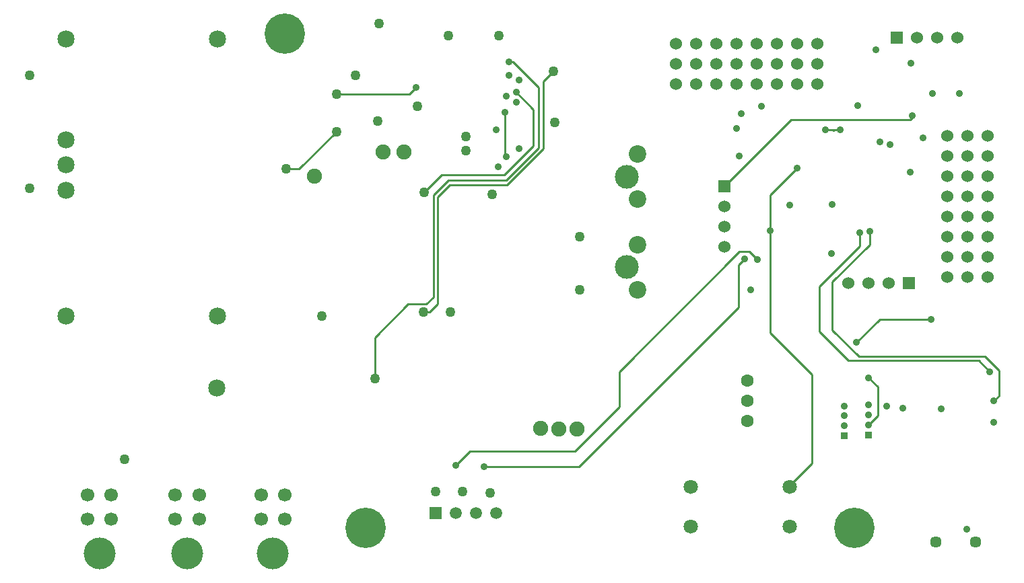
<source format=gbl>
G04 Layer_Physical_Order=4*
G04 Layer_Color=16711680*
%FSLAX25Y25*%
%MOIN*%
G70*
G01*
G75*
%ADD40C,0.01000*%
%ADD49C,0.20000*%
%ADD50C,0.05905*%
%ADD51R,0.05905X0.05905*%
%ADD52C,0.06000*%
%ADD53R,0.06000X0.06000*%
%ADD54R,0.06000X0.06000*%
%ADD55C,0.08500*%
%ADD56C,0.07118*%
%ADD57C,0.06331*%
%ADD58C,0.03543*%
%ADD59R,0.03543X0.03543*%
%ADD60C,0.11811*%
%ADD61C,0.08661*%
%ADD62C,0.15748*%
%ADD63C,0.06693*%
%ADD64C,0.05709*%
%ADD65C,0.03500*%
%ADD66C,0.05000*%
%ADD67C,0.07500*%
D40*
X663000Y387500D02*
X664700Y389200D01*
X593725Y281775D02*
Y332500D01*
Y281775D02*
X614500Y261000D01*
X578000Y294500D02*
Y315500D01*
X499000Y215500D02*
X578000Y294500D01*
X578500Y322000D02*
X583500D01*
X519000Y262500D02*
X578500Y322000D01*
X519000Y245000D02*
Y262500D01*
X583500Y322000D02*
X587500Y318000D01*
X438000Y216000D02*
X445000Y223000D01*
X497000D01*
X519000Y245000D01*
X452000Y215500D02*
X499000D01*
X578000Y315500D02*
X581000Y318500D01*
X636500Y277000D02*
X648000Y288500D01*
X673500D01*
X593725Y350225D02*
X607000Y363500D01*
X593725Y332500D02*
Y350225D01*
X603500Y205500D02*
Y206000D01*
X614500Y217000D01*
X637600Y269900D02*
X700100D01*
X624500Y283000D02*
X637600Y269900D01*
X632500Y268000D02*
X697000D01*
X618000Y282500D02*
X632500Y268000D01*
X700100Y269900D02*
X707000Y263000D01*
X697000Y268000D02*
X702500Y262500D01*
X643000Y325500D02*
Y332000D01*
X624500Y307000D02*
X643000Y325500D01*
X624500Y283000D02*
Y307000D01*
X618000Y304677D02*
X638000Y324677D01*
Y331500D01*
X618000Y282500D02*
Y304677D01*
X642500Y259500D02*
X647000Y255000D01*
Y240579D02*
Y255000D01*
X642500Y236079D02*
X647000Y240579D01*
X707000Y250500D02*
Y263000D01*
X704500Y248000D02*
X707000Y250500D01*
X571000Y354500D02*
X604000Y387500D01*
X663000D01*
X625488Y382500D02*
X628500D01*
X624988Y382000D02*
X625488Y382500D01*
X621000D02*
X624488D01*
X624988Y382000D01*
X462500Y369465D02*
Y390965D01*
Y369465D02*
X462984Y368980D01*
X435000Y354965D02*
X463500D01*
X429000Y348965D02*
X435000Y354965D01*
X429000Y295965D02*
Y348965D01*
X434500Y357465D02*
X463000D01*
X427000Y349965D02*
X434500Y357465D01*
X427000Y299465D02*
Y349965D01*
X476500Y374465D02*
Y392465D01*
X462000Y359965D02*
X476500Y374465D01*
X431000Y359965D02*
X462000D01*
X422500Y351465D02*
X431000Y359965D01*
X468000Y400965D02*
X476500Y392465D01*
X414500Y295965D02*
X423500D01*
X398000Y279465D02*
X414500Y295965D01*
X398000Y258965D02*
Y279465D01*
X423500Y295965D02*
X427000Y299465D01*
X463000Y357465D02*
X479000Y373465D01*
Y403465D01*
X466500Y415965D02*
X479000Y403465D01*
X464500Y415965D02*
X466500D01*
X425000Y291965D02*
X429000Y295965D01*
X422000Y291965D02*
X425000D01*
X463500Y354965D02*
X481500Y372965D01*
Y406465D01*
X486500Y411465D01*
X360500Y362965D02*
X379000Y381465D01*
X354000Y362965D02*
X360500D01*
X379000Y399965D02*
X415000D01*
X418500Y403465D01*
X614500Y217000D02*
Y261000D01*
D49*
X353500Y430000D02*
D03*
X635500Y185000D02*
D03*
X393500D02*
D03*
D50*
X458000Y192500D02*
D03*
X448000D02*
D03*
X438000D02*
D03*
D51*
X428000D02*
D03*
D52*
X686500Y428000D02*
D03*
X676500D02*
D03*
X666500D02*
D03*
X571000Y324500D02*
D03*
Y334500D02*
D03*
Y344500D02*
D03*
X632500Y306500D02*
D03*
X642500D02*
D03*
X652500D02*
D03*
X547000Y425000D02*
D03*
Y415000D02*
D03*
Y405000D02*
D03*
X557000D02*
D03*
Y415000D02*
D03*
Y425000D02*
D03*
X567000Y405000D02*
D03*
Y415000D02*
D03*
Y425000D02*
D03*
X577000Y405000D02*
D03*
Y415000D02*
D03*
Y425000D02*
D03*
X587000Y405000D02*
D03*
Y415000D02*
D03*
Y425000D02*
D03*
X597000Y405000D02*
D03*
Y415000D02*
D03*
Y425000D02*
D03*
X607000Y405000D02*
D03*
Y415000D02*
D03*
Y425000D02*
D03*
X617000Y405000D02*
D03*
Y415000D02*
D03*
Y425000D02*
D03*
X701500Y379500D02*
D03*
X691500D02*
D03*
X681500D02*
D03*
Y369500D02*
D03*
X691500D02*
D03*
X701500D02*
D03*
X681500Y359500D02*
D03*
X691500D02*
D03*
X701500D02*
D03*
X681500Y349500D02*
D03*
X691500D02*
D03*
X701500D02*
D03*
X681500Y339500D02*
D03*
X691500D02*
D03*
X701500D02*
D03*
X681500Y329500D02*
D03*
X691500D02*
D03*
X701500D02*
D03*
X681500Y319500D02*
D03*
X691500D02*
D03*
X701500D02*
D03*
X681500Y309500D02*
D03*
X691500D02*
D03*
X701500D02*
D03*
D53*
X656500Y428000D02*
D03*
X662500Y306500D02*
D03*
D54*
X571000Y354500D02*
D03*
D55*
X320000Y290000D02*
D03*
X245000D02*
D03*
Y352500D02*
D03*
Y365000D02*
D03*
Y377500D02*
D03*
Y427500D02*
D03*
X320000D02*
D03*
X319750Y254250D02*
D03*
D56*
X554287Y185815D02*
D03*
X603500D02*
D03*
X554287Y205500D02*
D03*
X603500D02*
D03*
D57*
X582500Y258000D02*
D03*
Y248000D02*
D03*
Y238000D02*
D03*
D58*
X642500Y245921D02*
D03*
Y241000D02*
D03*
Y236079D02*
D03*
X630500Y245500D02*
D03*
Y240579D02*
D03*
Y235658D02*
D03*
D59*
X642500Y231157D02*
D03*
X630500Y230736D02*
D03*
D60*
X522724Y359221D02*
D03*
Y314339D02*
D03*
D61*
X528000Y348000D02*
D03*
Y370441D02*
D03*
Y303118D02*
D03*
Y325559D02*
D03*
D62*
X261595Y172492D02*
D03*
X347500Y172500D02*
D03*
X305000D02*
D03*
D63*
X255689Y201311D02*
D03*
X267500D02*
D03*
Y189500D02*
D03*
X255689D02*
D03*
X341595Y201319D02*
D03*
X353405D02*
D03*
Y189508D02*
D03*
X341595D02*
D03*
X299095Y201319D02*
D03*
X310906D02*
D03*
Y189508D02*
D03*
X299095D02*
D03*
D64*
X695405Y178130D02*
D03*
X675721D02*
D03*
D65*
X691000Y184500D02*
D03*
X673500Y288500D02*
D03*
X636500Y277000D02*
D03*
X452000Y215500D02*
D03*
X438000Y216000D02*
D03*
X584000Y303000D02*
D03*
X581000Y318500D02*
D03*
X587500Y318000D02*
D03*
X607000Y363500D02*
D03*
X593725Y332500D02*
D03*
X603500Y345000D02*
D03*
X651500Y245500D02*
D03*
X653000Y375000D02*
D03*
X648000Y376500D02*
D03*
X664000Y389500D02*
D03*
X624500Y345500D02*
D03*
X624000Y321000D02*
D03*
X642500Y259500D02*
D03*
X702500Y262500D02*
D03*
X659500Y244500D02*
D03*
X704500Y237500D02*
D03*
Y248000D02*
D03*
X646000Y422000D02*
D03*
X669500Y378500D02*
D03*
X674000Y400500D02*
D03*
X663500Y415500D02*
D03*
X628500Y382500D02*
D03*
X621000D02*
D03*
X578500Y369500D02*
D03*
X577000Y383000D02*
D03*
X579500Y390500D02*
D03*
X462500Y390965D02*
D03*
X463000Y399134D02*
D03*
X468000Y395965D02*
D03*
X459000Y363965D02*
D03*
X469500Y372965D02*
D03*
X462984Y368980D02*
D03*
X458000Y382465D02*
D03*
X418500Y403465D02*
D03*
X468000Y400965D02*
D03*
X469500Y406965D02*
D03*
X464500Y409465D02*
D03*
Y415965D02*
D03*
X678500Y244000D02*
D03*
X637000Y394500D02*
D03*
X687500Y400500D02*
D03*
X643000Y332000D02*
D03*
X638000Y331500D02*
D03*
X589500Y394000D02*
D03*
X663000Y361500D02*
D03*
D66*
X455000Y202500D02*
D03*
X441500Y203000D02*
D03*
X428000D02*
D03*
X274000Y219000D02*
D03*
X226953Y353453D02*
D03*
X227000Y409500D02*
D03*
X398000Y258965D02*
D03*
X422500Y351465D02*
D03*
X456000Y350465D02*
D03*
X486500Y411465D02*
D03*
X435500Y291965D02*
D03*
X422000D02*
D03*
X354000Y362965D02*
D03*
X379000Y381465D02*
D03*
X371685Y289965D02*
D03*
X499500Y329465D02*
D03*
Y302965D02*
D03*
X443000Y371965D02*
D03*
Y378965D02*
D03*
X379000Y399965D02*
D03*
X388500Y409465D02*
D03*
X399500Y386650D02*
D03*
X419000Y393965D02*
D03*
X400000Y434965D02*
D03*
X487000Y385965D02*
D03*
X434500Y428965D02*
D03*
X459500D02*
D03*
D67*
X498000Y234000D02*
D03*
X480000Y234500D02*
D03*
X489000Y234000D02*
D03*
X368000Y359465D02*
D03*
X412500Y371465D02*
D03*
X402000D02*
D03*
M02*

</source>
